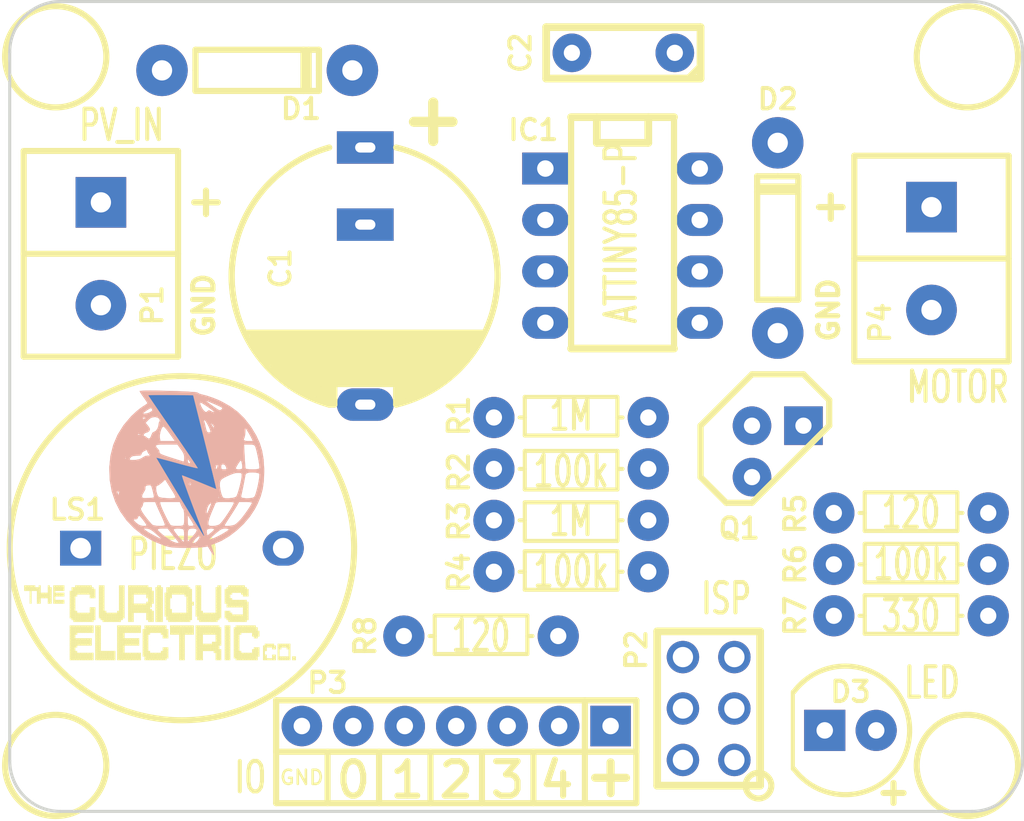
<source format=kicad_pcb>
(kicad_pcb (version 20171130) (host pcbnew "(5.1.0)-1")
  (layers (0 F.Cu signal) (31 B.Cu signal) (34 B.Paste user) (35 F.Paste user) (36 B.SilkS user) (37 F.SilkS user) (38 B.Mask user) (39 F.Mask user) (44 Edge.Cuts user))
  (net 0 "")
  (net 1 GND)
  (net 2 "Net-(D1-Pad2)")
  (net 3 VCC)
  (net 4 "Net-(IC1-Pad1)")
  (net 5 /MOTOR)
  (net 6 /Vin)
  (net 7 "Net-(Q1-Pad2)")
  (net 8 /Vsolar)
  (net 9 /LED)
  (net 10 /PIEZO)
  (net 11 "Net-(D2-Pad1)")
  (net 12 "Net-(D3-Pad2)")
  (net 13 "Net-(LS1-Pad1)")
  (module REInnovationFootprint:TO92-EBC_large_pad (layer F.Cu) (at 205.74 107.95)
    (fp_text reference Q1 (at -1.905 3.81) (layer F.SilkS) (effects (font (thickness 0.2))))
    (fp_text value BC547 hide)
    (pad 1 thru_hole rect (at 1.27 -1.27) (size 1.905 1.905) (drill 0.8001) (layers *.Cu *.Mask) (net 11 "Net-(D2-Pad1)"))
    (pad 2 thru_hole circle (at -1.27 -1.27) (size 1.905 1.905) (drill 0.8001) (layers *.Cu *.Mask) (net 7 "Net-(Q1-Pad2)"))
    (pad 3 thru_hole circle (at -1.27 1.27) (size 1.905 1.905) (drill 0.8001) (layers *.Cu *.Mask) (net 1 GND))
  )
  (module REInnovationFootprint:TH_Diode_1 (layer F.Cu) (at 179.665 89.13)
    (fp_text reference D1 (at 2.54 1.905) (layer F.SilkS) (effects (font (thickness 0.2))))
    (fp_text value 1N5819 hide)
    (pad 1 thru_hole circle (at 5.08 0) (size 2.54 2.54) (drill 1.00076) (layers *.Cu *.Mask) (net 3 VCC))
    (pad 2 thru_hole circle (at -4.318 0) (size 2.54 2.54) (drill 1.00076) (layers *.Cu *.Mask) (net 2 "Net-(D1-Pad2)"))
  )
  (module REInnovationFootprint:TH_Resistor_1 (layer F.Cu) (at 195.54 106.275)
    (fp_text reference R1 (at -5.541 -0.08 90) (layer F.SilkS) (effects (font (thickness 0.2))))
    (fp_text value 1M (at 0 -0.127) (layer F.SilkS) (effects (font (size 1.5 1) (thickness 0.2))))
    (pad 2 thru_hole circle (at 3.81 0) (size 2.032 2.032) (drill 0.8001) (layers *.Cu *.Mask) (net 2 "Net-(D1-Pad2)"))
    (pad 1 thru_hole circle (at -3.81 0) (size 2.032 2.032) (drill 0.8001) (layers *.Cu *.Mask) (net 8 /Vsolar))
  )
  (module REInnovationFootprint:TH_Resistor_1 (layer F.Cu) (at 195.54 108.815 180)
    (fp_text reference R2 (at 5.541 -0.174 270) (layer F.SilkS) (effects (font (thickness 0.2))))
    (fp_text value 100k (at 0 -0.127 180) (layer F.SilkS) (effects (font (size 1.5 1) (thickness 0.2))))
    (pad 2 thru_hole circle (at 3.81 0 180) (size 2.032 2.032) (drill 0.8001) (layers *.Cu *.Mask) (net 8 /Vsolar))
    (pad 1 thru_hole circle (at -3.81 0 180) (size 2.032 2.032) (drill 0.8001) (layers *.Cu *.Mask) (net 1 GND))
  )
  (module REInnovationFootprint:TH_Resistor_1 (layer F.Cu) (at 195.54 111.355 180)
    (fp_text reference R3 (at 5.541 -0.047 270) (layer F.SilkS) (effects (font (thickness 0.2))))
    (fp_text value 1M (at 0 0 180) (layer F.SilkS) (effects (font (size 1.5 1) (thickness 0.2))))
    (pad 2 thru_hole circle (at 3.81 0 180) (size 2.032 2.032) (drill 0.8001) (layers *.Cu *.Mask) (net 3 VCC))
    (pad 1 thru_hole circle (at -3.81 0 180) (size 2.032 2.032) (drill 0.8001) (layers *.Cu *.Mask) (net 6 /Vin))
  )
  (module REInnovationFootprint:TH_Resistor_1 (layer F.Cu) (at 195.54 113.895)
    (fp_text reference R4 (at -5.541 0.047 90) (layer F.SilkS) (effects (font (thickness 0.2))))
    (fp_text value 100k (at 0 0) (layer F.SilkS) (effects (font (size 1.5 1) (thickness 0.2))))
    (pad 2 thru_hole circle (at 3.81 0) (size 2.032 2.032) (drill 0.8001) (layers *.Cu *.Mask) (net 6 /Vin))
    (pad 1 thru_hole circle (at -3.81 0) (size 2.032 2.032) (drill 0.8001) (layers *.Cu *.Mask) (net 1 GND))
  )
  (module REInnovationFootprint:TH_Resistor_1 (layer F.Cu) (at 212.32 110.99)
    (fp_text reference R5 (at -5.715 0.047 270) (layer F.SilkS) (effects (font (thickness 0.2))))
    (fp_text value 120 (at 0 0) (layer F.SilkS) (effects (font (size 1.5 1) (thickness 0.2))))
    (pad 2 thru_hole circle (at 3.81 0) (size 2.032 2.032) (drill 0.8001) (layers *.Cu *.Mask) (net 7 "Net-(Q1-Pad2)"))
    (pad 1 thru_hole circle (at -3.81 0) (size 2.032 2.032) (drill 0.8001) (layers *.Cu *.Mask) (net 5 /MOTOR))
  )
  (module REInnovationFootprint:TH_Resistor_1 (layer F.Cu) (at 212.32 113.53)
    (fp_text reference R6 (at -5.715 0 90) (layer F.SilkS) (effects (font (thickness 0.2))))
    (fp_text value 100k (at 0 0) (layer F.SilkS) (effects (font (size 1.5 1) (thickness 0.2))))
    (pad 2 thru_hole circle (at 3.81 0) (size 2.032 2.032) (drill 0.8001) (layers *.Cu *.Mask) (net 7 "Net-(Q1-Pad2)"))
    (pad 1 thru_hole circle (at -3.81 0) (size 2.032 2.032) (drill 0.8001) (layers *.Cu *.Mask) (net 1 GND))
  )
  (module REInnovationFootprint:TH_Resistor_1 (layer F.Cu) (at 212.32 116.07)
    (fp_text reference R7 (at -5.715 0 90) (layer F.SilkS) (effects (font (thickness 0.2))))
    (fp_text value 330 (at 0 0) (layer F.SilkS) (effects (font (size 1.5 1) (thickness 0.2))))
    (pad 2 thru_hole circle (at 3.81 0) (size 2.032 2.032) (drill 0.8001) (layers *.Cu *.Mask) (net 12 "Net-(D3-Pad2)"))
    (pad 1 thru_hole circle (at -3.81 0) (size 2.032 2.032) (drill 0.8001) (layers *.Cu *.Mask) (net 9 /LED))
  )
  (module REInnovationFootprint:TH_Resistor_1 (layer F.Cu) (at 191.095 117.07)
    (fp_text reference R8 (at -5.715 0 90) (layer F.SilkS) (effects (font (thickness 0.2))))
    (fp_text value 120 (at 0 0) (layer F.SilkS) (effects (font (size 1.5 1) (thickness 0.2))))
    (pad 2 thru_hole circle (at 3.81 0) (size 2.032 2.032) (drill 0.8001) (layers *.Cu *.Mask) (net 13 "Net-(LS1-Pad1)"))
    (pad 1 thru_hole circle (at -3.81 0) (size 2.032 2.032) (drill 0.8001) (layers *.Cu *.Mask) (net 10 /PIEZO))
  )
  (module REInnovationFootprint:DIP-8_300_ELL (layer F.Cu) (at 198.08 101.6 270)
    (fp_text reference IC1 (at -9.525 4.405) (layer F.SilkS) (effects (font (thickness 0.2))))
    (fp_text value ATTINY85-P (at -4.445 0.08 270) (layer F.SilkS) (effects (font (size 1.5 1) (thickness 0.2))))
    (pad 1 thru_hole rect (at -7.62 3.81 270) (size 1.5748 2.286) (drill 0.8128) (layers *.Cu *.Mask) (net 4 "Net-(IC1-Pad1)"))
    (pad 2 thru_hole oval (at -5.08 3.81 270) (size 1.5748 2.286) (drill 0.8128) (layers *.Cu *.Mask) (net 6 /Vin))
    (pad 3 thru_hole oval (at -2.54 3.81 270) (size 1.5748 2.286) (drill 0.8128) (layers *.Cu *.Mask) (net 8 /Vsolar))
    (pad 4 thru_hole oval (at 0 3.81 270) (size 1.5748 2.286) (drill 0.8128) (layers *.Cu *.Mask) (net 1 GND))
    (pad 5 thru_hole oval (at 0 -3.81 270) (size 1.5748 2.286) (drill 0.8128) (layers *.Cu *.Mask) (net 10 /PIEZO))
    (pad 6 thru_hole oval (at -2.54 -3.81 270) (size 1.5748 2.286) (drill 0.8128) (layers *.Cu *.Mask) (net 5 /MOTOR))
    (pad 7 thru_hole oval (at -5.08 -3.81 270) (size 1.5748 2.286) (drill 0.8128) (layers *.Cu *.Mask) (net 9 /LED))
    (pad 8 thru_hole oval (at -7.62 -3.81 270) (size 1.5748 2.286) (drill 0.8128) (layers *.Cu *.Mask) (net 3 VCC))
  )
  (module REInnovationFootprint:C_0_47F_SuperCap_2POS (layer F.Cu) (at 185.38 99.29 270)
    (fp_text reference C1 (at -0.381 4.191 90) (layer F.SilkS) (effects (font (thickness 0.2))))
    (fp_text value 0.47F hide)
    (fp_text user + (at -7.62 -3.175 270) (layer F.SilkS) (effects (font (size 2.5 2.5) (thickness 0.5))))
    (pad 1 thru_hole rect (at -6.35 0 270) (size 1.6 2.8) (drill oval 0.5 1) (layers *.Cu *.Mask) (net 3 VCC))
    (pad 2 thru_hole oval (at 6.35 0 270) (size 1.6 2.8) (drill oval 0.5 1) (layers *.Cu *.Mask) (net 1 GND))
    (pad 1 thru_hole rect (at -2.54 0 270) (size 1.6 2.8) (drill oval 0.5 1) (layers *.Cu *.Mask) (net 3 VCC))
  )
  (module REInnovationFootprint:C1_wide_lg_pad_2 (layer F.Cu) (at 199.39 88.265 180)
    (fp_text reference C2 (at 6.35 0 270) (layer F.SilkS) (effects (font (thickness 0.2))))
    (fp_text value 100n hide)
    (pad 1 thru_hole circle (at -1.27 0 180) (size 1.905 1.905) (drill 0.8001) (layers *.Cu *.Mask) (net 3 VCC))
    (pad 2 thru_hole circle (at 3.81 0 180) (size 1.905 1.905) (drill 0.8001) (layers *.Cu *.Mask) (net 1 GND))
  )
  (module REInnovationFootprint:TH_Diode_1 (layer F.Cu) (at 205.74 97.79 90)
    (fp_text reference D2 (at 7.239 0 -180) (layer F.SilkS) (effects (font (thickness 0.2))))
    (fp_text value 1N4001 hide)
    (pad 2 thru_hole circle (at 5.08 0 90) (size 2.54 2.54) (drill 1.00076) (layers *.Cu *.Mask) (net 3 VCC))
    (pad 1 thru_hole circle (at -4.318 0 90) (size 2.54 2.54) (drill 1.00076) (layers *.Cu *.Mask) (net 11 "Net-(D2-Pad1)"))
  )
  (module REInnovationFootprint:ISP_3x2 (layer F.Cu) (at 202.33 120.015 90)
    (fp_text reference P2 (at 2.255 -3.575 90) (layer F.SilkS) (effects (font (thickness 0.2))))
    (fp_text value ISP (at 4.795 0.87 180) (layer F.SilkS) (effects (font (size 1.5 1) (thickness 0.2))))
    (pad 5 thru_hole circle (at 1.905 1.27 90) (size 1.6002 1.6002) (drill 1.00076) (layers *.Cu *.Mask) (net 4 "Net-(IC1-Pad1)"))
    (pad 6 thru_hole circle (at 1.905 -1.27 90) (size 1.6002 1.6002) (drill 1.00076) (layers *.Cu *.Mask) (net 1 GND))
    (pad 3 thru_hole circle (at -0.635 1.27 90) (size 1.6002 1.6002) (drill 1.00076) (layers *.Cu *.Mask) (net 9 /LED))
    (pad 4 thru_hole circle (at -0.635 -1.27 90) (size 1.6002 1.6002) (drill 1.00076) (layers *.Cu *.Mask) (net 10 /PIEZO))
    (pad 1 thru_hole circle (at -3.175 1.27 90) (size 1.6002 1.6002) (drill 1.00076) (layers *.Cu *.Mask) (net 5 /MOTOR))
    (pad 2 thru_hole circle (at -3.175 -1.27 90) (size 1.6002 1.6002) (drill 1.00076) (layers *.Cu *.Mask) (net 3 VCC))
  )
  (module REInnovationFootprint:SIL-7_DIO (layer F.Cu) (at 189.87 121.515)
    (fp_text reference P3 (at -6.355 -2.135) (layer F.SilkS) (effects (font (thickness 0.2))))
    (fp_text value IO (at -10.16 2.54 180) (layer F.SilkS) (effects (font (size 1.5 1) (thickness 0.2))))
    (fp_text user 0 (at -5.08 2.667) (layer F.SilkS) (effects (font (size 1.7 1.7) (thickness 0.3))))
    (fp_text user 1 (at -2.413 2.667) (layer F.SilkS) (effects (font (size 1.7 1.7) (thickness 0.3))))
    (fp_text user 2 (at 0 2.667) (layer F.SilkS) (effects (font (size 1.7 1.7) (thickness 0.3))))
    (fp_text user 3 (at 2.54 2.667) (layer F.SilkS) (effects (font (size 1.7 1.7) (thickness 0.3))))
    (fp_text user 4 (at 4.953 2.667) (layer F.SilkS) (effects (font (size 1.7 1.7) (thickness 0.3))))
    (fp_text user GND (at -7.62 2.54) (layer F.SilkS) (effects (font (size 0.7 0.7) (thickness 0.125))))
    (fp_text user + (at 7.62 2.413) (layer F.SilkS) (effects (font (size 2 2) (thickness 0.4))))
    (pad 1 thru_hole rect (at 7.62 0) (size 1.99898 1.99898) (drill 0.8128) (layers *.Cu *.Mask) (net 3 VCC))
    (pad 2 thru_hole circle (at 5.08 0) (size 1.99898 1.99898) (drill 0.8128) (layers *.Cu *.Mask) (net 8 /Vsolar))
    (pad 3 thru_hole circle (at 2.54 0) (size 1.99898 1.99898) (drill 0.8128) (layers *.Cu *.Mask) (net 6 /Vin))
    (pad 4 thru_hole circle (at 0 0) (size 1.99898 1.99898) (drill 0.8128) (layers *.Cu *.Mask) (net 9 /LED))
    (pad 5 thru_hole circle (at -2.54 0) (size 1.99898 1.99898) (drill 0.8128) (layers *.Cu *.Mask) (net 5 /MOTOR))
    (pad 6 thru_hole circle (at -5.08 0) (size 1.99898 1.99898) (drill 0.8128) (layers *.Cu *.Mask) (net 10 /PIEZO))
    (pad 7 thru_hole circle (at -7.62 0) (size 1.99898 1.99898) (drill 0.8128) (layers *.Cu *.Mask) (net 1 GND))
  )
  (module REInnovationFootprint:SIL-2_screw_terminal (layer F.Cu) (at 213.33 95.885 270)
    (fp_text reference P4 (at 5.715 2.54 90) (layer F.SilkS) (effects (font (thickness 0.2))))
    (fp_text value MOTOR (at 8.89 -1.3 180) (layer F.SilkS) (effects (font (size 1.5 1) (thickness 0.2))))
    (fp_text user GND (at 5.08 5.08 90) (layer F.SilkS) (effects (font (thickness 0.25))))
    (fp_text user + (at 0 5.08 270) (layer F.SilkS) (effects (font (size 1.524 1.524) (thickness 0.3048))))
    (pad 1 thru_hole rect (at 0 0 270) (size 2.49936 2.49936) (drill 1.00076) (layers *.Cu *.Mask) (net 3 VCC))
    (pad 2 thru_hole circle (at 5.08 0 270) (size 2.49936 2.49936) (drill 1.00076) (layers *.Cu *.Mask) (net 11 "Net-(D2-Pad1)"))
  )
  (module REInnovationFootprint:PCB_Holes_40x50 (layer F.Cu) (at 167.6 125.96)
    (fp_text reference P5 hide)
    (fp_text value HOLES hide)
    (pad "" np_thru_hole circle (at 47.5 -37.5) (size 3 3) (drill 3) (layers *.Cu *.Mask))
    (pad "" np_thru_hole circle (at 2.5 -37.5) (size 3 3) (drill 3) (layers *.Cu *.Mask))
    (pad "" np_thru_hole circle (at 47.5 -2.5) (size 3 3) (drill 3) (layers *.Cu *.Mask))
    (pad "" np_thru_hole circle (at 2.5 -2.5) (size 3 3) (drill 3) (layers *.Cu *.Mask))
  )
  (module CuriousElectric3:TCEC_Words_13mm (layer F.Cu) (at 168.275 114.3)
    (fp_text reference P7 hide)
    (fp_text value LOGO2 hide)
  )
  (module REInnovationFootprint:SIL-2_screw_terminal (layer F.Cu) (at 172.33 95.65 270)
    (fp_text reference P1 (at 5.08 -2.54 90) (layer F.SilkS) (effects (font (thickness 0.2))))
    (fp_text value PV_IN (at -3.81 -1.025) (layer F.SilkS) (effects (font (size 1.5 1) (thickness 0.2))))
    (fp_text user GND (at 5.08 -5.08 90) (layer F.SilkS) (effects (font (thickness 0.25))))
    (fp_text user + (at 0 -5.08 270) (layer F.SilkS) (effects (font (size 1.524 1.524) (thickness 0.3048))))
    (pad 1 thru_hole rect (at 0 0 270) (size 2.49936 2.49936) (drill 1.00076) (layers *.Cu *.Mask) (net 2 "Net-(D1-Pad2)"))
    (pad 2 thru_hole circle (at 5.08 0 270) (size 2.49936 2.49936) (drill 1.00076) (layers *.Cu *.Mask) (net 1 GND))
  )
  (module REInnovationFootprint:TH_PIEZO_17x7 (layer F.Cu) (at 176.33 112.73)
    (fp_text reference LS1 (at -5.16 -1.905) (layer F.SilkS) (effects (font (thickness 0.2))))
    (fp_text value PIEZO (at -0.435 0.3 180) (layer F.SilkS) (effects (font (size 1.5 1) (thickness 0.2))))
    (pad 2 thru_hole oval (at 5 0) (size 2.032 1.7272) (drill 1.016) (layers *.Cu *.Mask) (net 1 GND))
    (pad 1 thru_hole rect (at -5 0) (size 2.032 1.7272) (drill 1.016) (layers *.Cu *.Mask) (net 13 "Net-(LS1-Pad1)"))
  )
  (module REInnovationFootprint:TH_LED-5MM_larg_pad (layer F.Cu) (at 209.33 121.73 180)
    (fp_text reference D3 (at 0 1.905 180) (layer F.SilkS) (effects (font (thickness 0.2))))
    (fp_text value LED (at -4.03 2.35 180) (layer F.SilkS) (effects (font (size 1.5 1) (thickness 0.2))))
    (fp_text user + (at -2.125 -3 180) (layer F.SilkS) (effects (font (size 1.3 1.3) (thickness 0.3))))
    (pad 2 thru_hole circle (at -1.27 0 180) (size 2.032 2.032) (drill 0.8128) (layers *.Cu *.Mask) (net 12 "Net-(D3-Pad2)"))
    (pad 1 thru_hole rect (at 1.27 0 180) (size 2.032 2.032) (drill 0.8128) (layers *.Cu *.Mask) (net 1 GND))
  )
  (module CuriousElectric3:2019_011_16_CuriousElectricCompany_Logo_Round_Logo_No_words_KiCAD_10mm_PCBLogo (layer F.Cu) (at 175.895 113.03)
    (fp_text reference P6 hide)
    (fp_text value LOGO1 hide)
    (fp_poly (pts (xy 1.598158 -5.545666) (xy 1.705783 -5.113042) (xy 1.80602 -4.705886) (xy 1.897159 -4.331429) (xy 1.977492 -3.996898) (xy 2.045309 -3.709525) (xy 2.098903 -3.476537) (xy 2.136563 -3.305164) (xy 2.156581 -3.202636) (xy 2.158569 -3.175) (xy 2.111409 -3.190455) (xy 1.998121 -3.233634) (xy 1.830759 -3.299761) (xy 1.621372 -3.384057) (xy 1.382015 -3.481744) (xy 1.30842 -3.512018) (xy 1.064121 -3.611815) (xy 0.84763 -3.698579) (xy 0.670636 -3.767764) (xy 0.544826 -3.814825) (xy 0.481885 -3.835215) (xy 0.476981 -3.835425) (xy 0.488865 -3.793728) (xy 0.529404 -3.678319) (xy 0.596627 -3.494419) (xy 0.688564 -3.247251) (xy 0.803244 -2.942034) (xy 0.938696 -2.583991) (xy 1.09295 -2.178343) (xy 1.264034 -1.730312) (xy 1.449979 -1.24512) (xy 1.648813 -0.727987) (xy 1.696865 -0.60325) (xy 1.718786 -0.530957) (xy 1.716638 -0.508) (xy 1.690623 -0.542461) (xy 1.627213 -0.638947) (xy 1.53296 -0.787116) (xy 1.414414 -0.976624) (xy 1.278125 -1.197128) (xy 1.213951 -1.30175) (xy 0.839385 -1.914222) (xy 0.507452 -2.457896) (xy 0.21624 -2.935974) (xy -0.036165 -3.351659) (xy -0.251675 -3.708153) (xy -0.432203 -4.008659) (xy -0.579661 -4.256379) (xy -0.695963 -4.454515) (xy -0.783021 -4.606271) (xy -0.842749 -4.714848) (xy -0.877058 -4.783449) (xy -0.887861 -4.815277) (xy -0.886433 -4.818326) (xy -0.837265 -4.811146) (xy -0.718164 -4.783815) (xy -0.54065 -4.739279) (xy -0.316247 -4.680484) (xy -0.056475 -4.610374) (xy 0.152388 -4.552763) (xy 0.429212 -4.47628) (xy 0.677522 -4.408732) (xy 0.886181 -4.353062) (xy 1.044052 -4.312214) (xy 1.139998 -4.289131) (xy 1.164643 -4.285271) (xy 1.143056 -4.321197) (xy 1.077521 -4.420041) (xy 0.972518 -4.575268) (xy 0.832523 -4.780344) (xy 0.662014 -5.028737) (xy 0.46547 -5.313912) (xy 0.247368 -5.629335) (xy 0.012186 -5.968473) (xy -0.069101 -6.085474) (xy -0.309311 -6.431462) (xy -0.534242 -6.756214) (xy -0.739372 -7.053148) (xy -0.920181 -7.315681) (xy -1.072147 -7.537233) (xy -1.190747 -7.71122) (xy -1.271462 -7.831062) (xy -1.309769 -7.890176) (xy -1.312333 -7.895224) (xy -1.271806 -7.900749) (xy -1.157444 -7.905734) (xy -0.980081 -7.909982) (xy -0.750549 -7.913295) (xy -0.47968 -7.915476) (xy -0.178306 -7.916328) (xy -0.153453 -7.916333) (xy 1.005427 -7.916333) (xy 1.598158 -5.545666)) (layer B.Cu) (width 0.01))
  )
  (gr_arc (start 170.33 88.23) (end 170.33 85.73) (angle -90) (layer Edge.Cuts) (width 0.15))
  (gr_line (start 167.83 88.23) (end 167.83 123.23) (layer Edge.Cuts) (width 0.15))
  (gr_line (start 215.33 85.73) (end 170.33 85.73) (layer Edge.Cuts) (width 0.15))
  (gr_line (start 217.83 123.23) (end 217.83 88.23) (layer Edge.Cuts) (width 0.15))
  (gr_line (start 170.33 125.73) (end 215.33 125.73) (layer Edge.Cuts) (width 0.15))
  (gr_arc (start 170.33 123.23) (end 167.83 123.23) (angle -90) (layer Edge.Cuts) (width 0.15))
  (gr_arc (start 215.33 88.23) (end 217.83 88.23) (angle -90) (layer Edge.Cuts) (width 0.15))
  (gr_arc (start 215.33 123.23) (end 215.33 125.73) (angle -90) (layer Edge.Cuts) (width 0.15))
)
</source>
